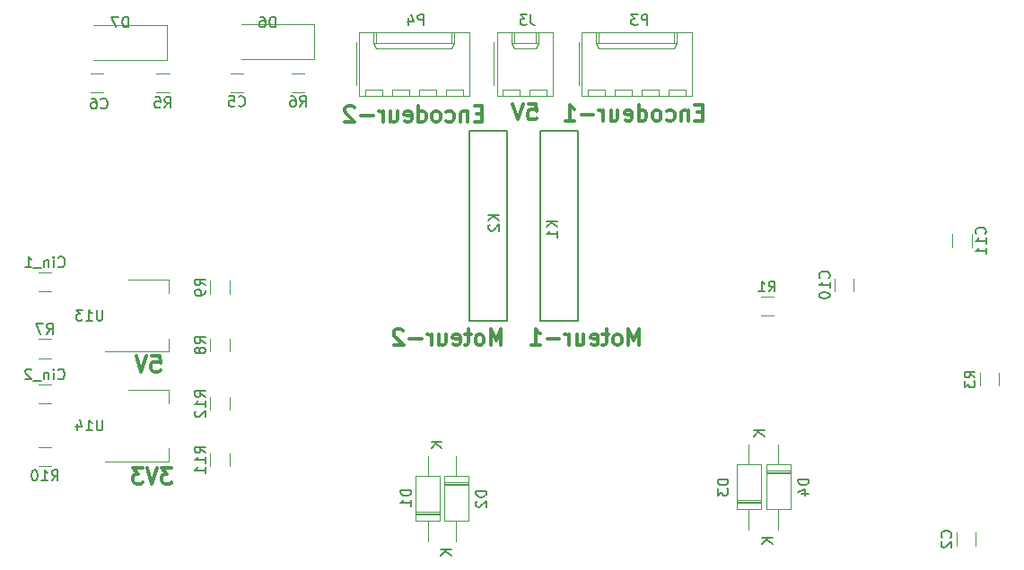
<source format=gbo>
G04 #@! TF.GenerationSoftware,KiCad,Pcbnew,(5.0.0-3-g5ebb6b6)*
G04 #@! TF.CreationDate,2019-01-22T16:43:08+01:00*
G04 #@! TF.ProjectId,Motor_Card,4D6F746F725F436172642E6B69636164,rev?*
G04 #@! TF.SameCoordinates,Original*
G04 #@! TF.FileFunction,Legend,Bot*
G04 #@! TF.FilePolarity,Positive*
%FSLAX46Y46*%
G04 Gerber Fmt 4.6, Leading zero omitted, Abs format (unit mm)*
G04 Created by KiCad (PCBNEW (5.0.0-3-g5ebb6b6)) date Tuesday 22 January 2019 à 16:43:08*
%MOMM*%
%LPD*%
G01*
G04 APERTURE LIST*
%ADD10C,0.300000*%
%ADD11C,0.120000*%
%ADD12C,0.150000*%
G04 APERTURE END LIST*
D10*
X86957142Y-103178571D02*
X86028571Y-103178571D01*
X86528571Y-103750000D01*
X86314285Y-103750000D01*
X86171428Y-103821428D01*
X86100000Y-103892857D01*
X86028571Y-104035714D01*
X86028571Y-104392857D01*
X86100000Y-104535714D01*
X86171428Y-104607142D01*
X86314285Y-104678571D01*
X86742857Y-104678571D01*
X86885714Y-104607142D01*
X86957142Y-104535714D01*
X85600000Y-103178571D02*
X85100000Y-104678571D01*
X84600000Y-103178571D01*
X84242857Y-103178571D02*
X83314285Y-103178571D01*
X83814285Y-103750000D01*
X83600000Y-103750000D01*
X83457142Y-103821428D01*
X83385714Y-103892857D01*
X83314285Y-104035714D01*
X83314285Y-104392857D01*
X83385714Y-104535714D01*
X83457142Y-104607142D01*
X83600000Y-104678571D01*
X84028571Y-104678571D01*
X84171428Y-104607142D01*
X84242857Y-104535714D01*
X85085714Y-92578571D02*
X85800000Y-92578571D01*
X85871428Y-93292857D01*
X85800000Y-93221428D01*
X85657142Y-93150000D01*
X85300000Y-93150000D01*
X85157142Y-93221428D01*
X85085714Y-93292857D01*
X85014285Y-93435714D01*
X85014285Y-93792857D01*
X85085714Y-93935714D01*
X85157142Y-94007142D01*
X85300000Y-94078571D01*
X85657142Y-94078571D01*
X85800000Y-94007142D01*
X85871428Y-93935714D01*
X84585714Y-92578571D02*
X84085714Y-94078571D01*
X83585714Y-92578571D01*
X131035714Y-91578571D02*
X131035714Y-90078571D01*
X130535714Y-91150000D01*
X130035714Y-90078571D01*
X130035714Y-91578571D01*
X129107142Y-91578571D02*
X129250000Y-91507142D01*
X129321428Y-91435714D01*
X129392857Y-91292857D01*
X129392857Y-90864285D01*
X129321428Y-90721428D01*
X129250000Y-90650000D01*
X129107142Y-90578571D01*
X128892857Y-90578571D01*
X128750000Y-90650000D01*
X128678571Y-90721428D01*
X128607142Y-90864285D01*
X128607142Y-91292857D01*
X128678571Y-91435714D01*
X128750000Y-91507142D01*
X128892857Y-91578571D01*
X129107142Y-91578571D01*
X128178571Y-90578571D02*
X127607142Y-90578571D01*
X127964285Y-90078571D02*
X127964285Y-91364285D01*
X127892857Y-91507142D01*
X127750000Y-91578571D01*
X127607142Y-91578571D01*
X126535714Y-91507142D02*
X126678571Y-91578571D01*
X126964285Y-91578571D01*
X127107142Y-91507142D01*
X127178571Y-91364285D01*
X127178571Y-90792857D01*
X127107142Y-90650000D01*
X126964285Y-90578571D01*
X126678571Y-90578571D01*
X126535714Y-90650000D01*
X126464285Y-90792857D01*
X126464285Y-90935714D01*
X127178571Y-91078571D01*
X125178571Y-90578571D02*
X125178571Y-91578571D01*
X125821428Y-90578571D02*
X125821428Y-91364285D01*
X125750000Y-91507142D01*
X125607142Y-91578571D01*
X125392857Y-91578571D01*
X125250000Y-91507142D01*
X125178571Y-91435714D01*
X124464285Y-91578571D02*
X124464285Y-90578571D01*
X124464285Y-90864285D02*
X124392857Y-90721428D01*
X124321428Y-90650000D01*
X124178571Y-90578571D01*
X124035714Y-90578571D01*
X123535714Y-91007142D02*
X122392857Y-91007142D01*
X120892857Y-91578571D02*
X121750000Y-91578571D01*
X121321428Y-91578571D02*
X121321428Y-90078571D01*
X121464285Y-90292857D01*
X121607142Y-90435714D01*
X121750000Y-90507142D01*
X118035714Y-91578571D02*
X118035714Y-90078571D01*
X117535714Y-91150000D01*
X117035714Y-90078571D01*
X117035714Y-91578571D01*
X116107142Y-91578571D02*
X116250000Y-91507142D01*
X116321428Y-91435714D01*
X116392857Y-91292857D01*
X116392857Y-90864285D01*
X116321428Y-90721428D01*
X116250000Y-90650000D01*
X116107142Y-90578571D01*
X115892857Y-90578571D01*
X115750000Y-90650000D01*
X115678571Y-90721428D01*
X115607142Y-90864285D01*
X115607142Y-91292857D01*
X115678571Y-91435714D01*
X115750000Y-91507142D01*
X115892857Y-91578571D01*
X116107142Y-91578571D01*
X115178571Y-90578571D02*
X114607142Y-90578571D01*
X114964285Y-90078571D02*
X114964285Y-91364285D01*
X114892857Y-91507142D01*
X114750000Y-91578571D01*
X114607142Y-91578571D01*
X113535714Y-91507142D02*
X113678571Y-91578571D01*
X113964285Y-91578571D01*
X114107142Y-91507142D01*
X114178571Y-91364285D01*
X114178571Y-90792857D01*
X114107142Y-90650000D01*
X113964285Y-90578571D01*
X113678571Y-90578571D01*
X113535714Y-90650000D01*
X113464285Y-90792857D01*
X113464285Y-90935714D01*
X114178571Y-91078571D01*
X112178571Y-90578571D02*
X112178571Y-91578571D01*
X112821428Y-90578571D02*
X112821428Y-91364285D01*
X112750000Y-91507142D01*
X112607142Y-91578571D01*
X112392857Y-91578571D01*
X112250000Y-91507142D01*
X112178571Y-91435714D01*
X111464285Y-91578571D02*
X111464285Y-90578571D01*
X111464285Y-90864285D02*
X111392857Y-90721428D01*
X111321428Y-90650000D01*
X111178571Y-90578571D01*
X111035714Y-90578571D01*
X110535714Y-91007142D02*
X109392857Y-91007142D01*
X108750000Y-90221428D02*
X108678571Y-90150000D01*
X108535714Y-90078571D01*
X108178571Y-90078571D01*
X108035714Y-90150000D01*
X107964285Y-90221428D01*
X107892857Y-90364285D01*
X107892857Y-90507142D01*
X107964285Y-90721428D01*
X108821428Y-91578571D01*
X107892857Y-91578571D01*
X137028571Y-69592857D02*
X136528571Y-69592857D01*
X136314285Y-70378571D02*
X137028571Y-70378571D01*
X137028571Y-68878571D01*
X136314285Y-68878571D01*
X135671428Y-69378571D02*
X135671428Y-70378571D01*
X135671428Y-69521428D02*
X135600000Y-69450000D01*
X135457142Y-69378571D01*
X135242857Y-69378571D01*
X135100000Y-69450000D01*
X135028571Y-69592857D01*
X135028571Y-70378571D01*
X133671428Y-70307142D02*
X133814285Y-70378571D01*
X134100000Y-70378571D01*
X134242857Y-70307142D01*
X134314285Y-70235714D01*
X134385714Y-70092857D01*
X134385714Y-69664285D01*
X134314285Y-69521428D01*
X134242857Y-69450000D01*
X134100000Y-69378571D01*
X133814285Y-69378571D01*
X133671428Y-69450000D01*
X132814285Y-70378571D02*
X132957142Y-70307142D01*
X133028571Y-70235714D01*
X133100000Y-70092857D01*
X133100000Y-69664285D01*
X133028571Y-69521428D01*
X132957142Y-69450000D01*
X132814285Y-69378571D01*
X132600000Y-69378571D01*
X132457142Y-69450000D01*
X132385714Y-69521428D01*
X132314285Y-69664285D01*
X132314285Y-70092857D01*
X132385714Y-70235714D01*
X132457142Y-70307142D01*
X132600000Y-70378571D01*
X132814285Y-70378571D01*
X131028571Y-70378571D02*
X131028571Y-68878571D01*
X131028571Y-70307142D02*
X131171428Y-70378571D01*
X131457142Y-70378571D01*
X131600000Y-70307142D01*
X131671428Y-70235714D01*
X131742857Y-70092857D01*
X131742857Y-69664285D01*
X131671428Y-69521428D01*
X131600000Y-69450000D01*
X131457142Y-69378571D01*
X131171428Y-69378571D01*
X131028571Y-69450000D01*
X129742857Y-70307142D02*
X129885714Y-70378571D01*
X130171428Y-70378571D01*
X130314285Y-70307142D01*
X130385714Y-70164285D01*
X130385714Y-69592857D01*
X130314285Y-69450000D01*
X130171428Y-69378571D01*
X129885714Y-69378571D01*
X129742857Y-69450000D01*
X129671428Y-69592857D01*
X129671428Y-69735714D01*
X130385714Y-69878571D01*
X128385714Y-69378571D02*
X128385714Y-70378571D01*
X129028571Y-69378571D02*
X129028571Y-70164285D01*
X128957142Y-70307142D01*
X128814285Y-70378571D01*
X128600000Y-70378571D01*
X128457142Y-70307142D01*
X128385714Y-70235714D01*
X127671428Y-70378571D02*
X127671428Y-69378571D01*
X127671428Y-69664285D02*
X127600000Y-69521428D01*
X127528571Y-69450000D01*
X127385714Y-69378571D01*
X127242857Y-69378571D01*
X126742857Y-69807142D02*
X125600000Y-69807142D01*
X124100000Y-70378571D02*
X124957142Y-70378571D01*
X124528571Y-70378571D02*
X124528571Y-68878571D01*
X124671428Y-69092857D01*
X124814285Y-69235714D01*
X124957142Y-69307142D01*
X120585714Y-68778571D02*
X121300000Y-68778571D01*
X121371428Y-69492857D01*
X121300000Y-69421428D01*
X121157142Y-69350000D01*
X120800000Y-69350000D01*
X120657142Y-69421428D01*
X120585714Y-69492857D01*
X120514285Y-69635714D01*
X120514285Y-69992857D01*
X120585714Y-70135714D01*
X120657142Y-70207142D01*
X120800000Y-70278571D01*
X121157142Y-70278571D01*
X121300000Y-70207142D01*
X121371428Y-70135714D01*
X120085714Y-68778571D02*
X119585714Y-70278571D01*
X119085714Y-68778571D01*
X116228571Y-69692857D02*
X115728571Y-69692857D01*
X115514285Y-70478571D02*
X116228571Y-70478571D01*
X116228571Y-68978571D01*
X115514285Y-68978571D01*
X114871428Y-69478571D02*
X114871428Y-70478571D01*
X114871428Y-69621428D02*
X114800000Y-69550000D01*
X114657142Y-69478571D01*
X114442857Y-69478571D01*
X114300000Y-69550000D01*
X114228571Y-69692857D01*
X114228571Y-70478571D01*
X112871428Y-70407142D02*
X113014285Y-70478571D01*
X113300000Y-70478571D01*
X113442857Y-70407142D01*
X113514285Y-70335714D01*
X113585714Y-70192857D01*
X113585714Y-69764285D01*
X113514285Y-69621428D01*
X113442857Y-69550000D01*
X113300000Y-69478571D01*
X113014285Y-69478571D01*
X112871428Y-69550000D01*
X112014285Y-70478571D02*
X112157142Y-70407142D01*
X112228571Y-70335714D01*
X112300000Y-70192857D01*
X112300000Y-69764285D01*
X112228571Y-69621428D01*
X112157142Y-69550000D01*
X112014285Y-69478571D01*
X111800000Y-69478571D01*
X111657142Y-69550000D01*
X111585714Y-69621428D01*
X111514285Y-69764285D01*
X111514285Y-70192857D01*
X111585714Y-70335714D01*
X111657142Y-70407142D01*
X111800000Y-70478571D01*
X112014285Y-70478571D01*
X110228571Y-70478571D02*
X110228571Y-68978571D01*
X110228571Y-70407142D02*
X110371428Y-70478571D01*
X110657142Y-70478571D01*
X110800000Y-70407142D01*
X110871428Y-70335714D01*
X110942857Y-70192857D01*
X110942857Y-69764285D01*
X110871428Y-69621428D01*
X110800000Y-69550000D01*
X110657142Y-69478571D01*
X110371428Y-69478571D01*
X110228571Y-69550000D01*
X108942857Y-70407142D02*
X109085714Y-70478571D01*
X109371428Y-70478571D01*
X109514285Y-70407142D01*
X109585714Y-70264285D01*
X109585714Y-69692857D01*
X109514285Y-69550000D01*
X109371428Y-69478571D01*
X109085714Y-69478571D01*
X108942857Y-69550000D01*
X108871428Y-69692857D01*
X108871428Y-69835714D01*
X109585714Y-69978571D01*
X107585714Y-69478571D02*
X107585714Y-70478571D01*
X108228571Y-69478571D02*
X108228571Y-70264285D01*
X108157142Y-70407142D01*
X108014285Y-70478571D01*
X107800000Y-70478571D01*
X107657142Y-70407142D01*
X107585714Y-70335714D01*
X106871428Y-70478571D02*
X106871428Y-69478571D01*
X106871428Y-69764285D02*
X106800000Y-69621428D01*
X106728571Y-69550000D01*
X106585714Y-69478571D01*
X106442857Y-69478571D01*
X105942857Y-69907142D02*
X104800000Y-69907142D01*
X104157142Y-69121428D02*
X104085714Y-69050000D01*
X103942857Y-68978571D01*
X103585714Y-68978571D01*
X103442857Y-69050000D01*
X103371428Y-69121428D01*
X103300000Y-69264285D01*
X103300000Y-69407142D01*
X103371428Y-69621428D01*
X104228571Y-70478571D01*
X103300000Y-70478571D01*
D11*
G04 #@! TO.C,R11*
X90590000Y-101810436D02*
X90590000Y-103014564D01*
X92410000Y-101810436D02*
X92410000Y-103014564D01*
G04 #@! TO.C,D7*
X86500000Y-61350000D02*
X86500000Y-64650000D01*
X86500000Y-64650000D02*
X79600000Y-64650000D01*
X86500000Y-61350000D02*
X79600000Y-61350000D01*
G04 #@! TO.C,C2*
X162810000Y-109310436D02*
X162810000Y-110514564D01*
X160990000Y-109310436D02*
X160990000Y-110514564D01*
G04 #@! TO.C,C5*
X93689564Y-65890000D02*
X92485436Y-65890000D01*
X93689564Y-67710000D02*
X92485436Y-67710000D01*
G04 #@! TO.C,C6*
X80514564Y-67710000D02*
X79310436Y-67710000D01*
X80514564Y-65890000D02*
X79310436Y-65890000D01*
G04 #@! TO.C,C10*
X149490000Y-85285436D02*
X149490000Y-86489564D01*
X151310000Y-85285436D02*
X151310000Y-86489564D01*
G04 #@! TO.C,C11*
X160590000Y-82314564D02*
X160590000Y-81110436D01*
X162410000Y-82314564D02*
X162410000Y-81110436D01*
G04 #@! TO.C,Cin_1*
X75614564Y-86510000D02*
X74410436Y-86510000D01*
X75614564Y-84690000D02*
X74410436Y-84690000D01*
G04 #@! TO.C,Cin_2*
X75589564Y-95290000D02*
X74385436Y-95290000D01*
X75589564Y-97110000D02*
X74385436Y-97110000D01*
G04 #@! TO.C,D1*
X112220000Y-108200000D02*
X109980000Y-108200000D01*
X109980000Y-108200000D02*
X109980000Y-103960000D01*
X109980000Y-103960000D02*
X112220000Y-103960000D01*
X112220000Y-103960000D02*
X112220000Y-108200000D01*
X111100000Y-110120000D02*
X111100000Y-108200000D01*
X111100000Y-102040000D02*
X111100000Y-103960000D01*
X112220000Y-107480000D02*
X109980000Y-107480000D01*
X112220000Y-107360000D02*
X109980000Y-107360000D01*
X112220000Y-107600000D02*
X109980000Y-107600000D01*
G04 #@! TO.C,D2*
X112680000Y-104560000D02*
X114920000Y-104560000D01*
X112680000Y-104800000D02*
X114920000Y-104800000D01*
X112680000Y-104680000D02*
X114920000Y-104680000D01*
X113800000Y-110120000D02*
X113800000Y-108200000D01*
X113800000Y-102040000D02*
X113800000Y-103960000D01*
X112680000Y-108200000D02*
X112680000Y-103960000D01*
X114920000Y-108200000D02*
X112680000Y-108200000D01*
X114920000Y-103960000D02*
X114920000Y-108200000D01*
X112680000Y-103960000D02*
X114920000Y-103960000D01*
G04 #@! TO.C,D3*
X142520000Y-106500000D02*
X140280000Y-106500000D01*
X142520000Y-106260000D02*
X140280000Y-106260000D01*
X142520000Y-106380000D02*
X140280000Y-106380000D01*
X141400000Y-100940000D02*
X141400000Y-102860000D01*
X141400000Y-109020000D02*
X141400000Y-107100000D01*
X142520000Y-102860000D02*
X142520000Y-107100000D01*
X140280000Y-102860000D02*
X142520000Y-102860000D01*
X140280000Y-107100000D02*
X140280000Y-102860000D01*
X142520000Y-107100000D02*
X140280000Y-107100000D01*
G04 #@! TO.C,D4*
X143080000Y-102860000D02*
X145320000Y-102860000D01*
X145320000Y-102860000D02*
X145320000Y-107100000D01*
X145320000Y-107100000D02*
X143080000Y-107100000D01*
X143080000Y-107100000D02*
X143080000Y-102860000D01*
X144200000Y-100940000D02*
X144200000Y-102860000D01*
X144200000Y-109020000D02*
X144200000Y-107100000D01*
X143080000Y-103580000D02*
X145320000Y-103580000D01*
X143080000Y-103700000D02*
X145320000Y-103700000D01*
X143080000Y-103460000D02*
X145320000Y-103460000D01*
G04 #@! TO.C,D6*
X100400000Y-61250000D02*
X93500000Y-61250000D01*
X100400000Y-64550000D02*
X93500000Y-64550000D01*
X100400000Y-61250000D02*
X100400000Y-64550000D01*
D12*
G04 #@! TO.C,K1*
X118600000Y-89300000D02*
X115000000Y-89300000D01*
X115000000Y-89300000D02*
X115000000Y-71300000D01*
X115000000Y-71300000D02*
X118600000Y-71300000D01*
X118600000Y-71300000D02*
X118600000Y-89300000D01*
G04 #@! TO.C,K2*
X121700000Y-89300000D02*
X121700000Y-71300000D01*
X125300000Y-89300000D02*
X121700000Y-89300000D01*
X125300000Y-71300000D02*
X125300000Y-89300000D01*
X121700000Y-71300000D02*
X125300000Y-71300000D01*
D11*
G04 #@! TO.C,P3*
X135420000Y-67430000D02*
X135420000Y-68030000D01*
X133820000Y-67430000D02*
X135420000Y-67430000D01*
X133820000Y-68030000D02*
X133820000Y-67430000D01*
X132880000Y-67430000D02*
X132880000Y-68030000D01*
X131280000Y-67430000D02*
X132880000Y-67430000D01*
X131280000Y-68030000D02*
X131280000Y-67430000D01*
X130340000Y-67430000D02*
X130340000Y-68030000D01*
X128740000Y-67430000D02*
X130340000Y-67430000D01*
X128740000Y-68030000D02*
X128740000Y-67430000D01*
X127800000Y-67430000D02*
X127800000Y-68030000D01*
X126200000Y-67430000D02*
X127800000Y-67430000D01*
X126200000Y-68030000D02*
X126200000Y-67430000D01*
X134370000Y-62010000D02*
X134370000Y-63010000D01*
X127250000Y-62010000D02*
X127250000Y-63010000D01*
X134370000Y-63540000D02*
X134620000Y-63010000D01*
X127250000Y-63540000D02*
X134370000Y-63540000D01*
X127000000Y-63010000D02*
X127250000Y-63540000D01*
X134620000Y-63010000D02*
X134620000Y-62010000D01*
X127000000Y-63010000D02*
X134620000Y-63010000D01*
X127000000Y-62010000D02*
X127000000Y-63010000D01*
X125330000Y-67000000D02*
X125330000Y-63000000D01*
X136000000Y-68030000D02*
X125620000Y-68030000D01*
X136000000Y-62010000D02*
X136000000Y-68030000D01*
X125620000Y-62010000D02*
X136000000Y-62010000D01*
X125620000Y-68030000D02*
X125620000Y-62010000D01*
G04 #@! TO.C,P4*
X104620000Y-68030000D02*
X104620000Y-62010000D01*
X104620000Y-62010000D02*
X115000000Y-62010000D01*
X115000000Y-62010000D02*
X115000000Y-68030000D01*
X115000000Y-68030000D02*
X104620000Y-68030000D01*
X104330000Y-67000000D02*
X104330000Y-63000000D01*
X106000000Y-62010000D02*
X106000000Y-63010000D01*
X106000000Y-63010000D02*
X113620000Y-63010000D01*
X113620000Y-63010000D02*
X113620000Y-62010000D01*
X106000000Y-63010000D02*
X106250000Y-63540000D01*
X106250000Y-63540000D02*
X113370000Y-63540000D01*
X113370000Y-63540000D02*
X113620000Y-63010000D01*
X106250000Y-62010000D02*
X106250000Y-63010000D01*
X113370000Y-62010000D02*
X113370000Y-63010000D01*
X105200000Y-68030000D02*
X105200000Y-67430000D01*
X105200000Y-67430000D02*
X106800000Y-67430000D01*
X106800000Y-67430000D02*
X106800000Y-68030000D01*
X107740000Y-68030000D02*
X107740000Y-67430000D01*
X107740000Y-67430000D02*
X109340000Y-67430000D01*
X109340000Y-67430000D02*
X109340000Y-68030000D01*
X110280000Y-68030000D02*
X110280000Y-67430000D01*
X110280000Y-67430000D02*
X111880000Y-67430000D01*
X111880000Y-67430000D02*
X111880000Y-68030000D01*
X112820000Y-68030000D02*
X112820000Y-67430000D01*
X112820000Y-67430000D02*
X114420000Y-67430000D01*
X114420000Y-67430000D02*
X114420000Y-68030000D01*
G04 #@! TO.C,R1*
X143714564Y-86990000D02*
X142510436Y-86990000D01*
X143714564Y-88810000D02*
X142510436Y-88810000D01*
G04 #@! TO.C,R3*
X165010000Y-94210436D02*
X165010000Y-95414564D01*
X163190000Y-94210436D02*
X163190000Y-95414564D01*
G04 #@! TO.C,R5*
X86714564Y-67710000D02*
X85510436Y-67710000D01*
X86714564Y-65890000D02*
X85510436Y-65890000D01*
G04 #@! TO.C,R6*
X99489564Y-65890000D02*
X98285436Y-65890000D01*
X99489564Y-67710000D02*
X98285436Y-67710000D01*
G04 #@! TO.C,R7*
X75589564Y-90990000D02*
X74385436Y-90990000D01*
X75589564Y-92810000D02*
X74385436Y-92810000D01*
G04 #@! TO.C,R8*
X90590000Y-90985436D02*
X90590000Y-92189564D01*
X92410000Y-90985436D02*
X92410000Y-92189564D01*
G04 #@! TO.C,R9*
X92410000Y-85510436D02*
X92410000Y-86714564D01*
X90590000Y-85510436D02*
X90590000Y-86714564D01*
G04 #@! TO.C,R10*
X74385436Y-101190000D02*
X75589564Y-101190000D01*
X74385436Y-103010000D02*
X75589564Y-103010000D01*
G04 #@! TO.C,R12*
X90590000Y-96510436D02*
X90590000Y-97714564D01*
X92410000Y-96510436D02*
X92410000Y-97714564D01*
G04 #@! TO.C,U13*
X80650000Y-92210000D02*
X86660000Y-92210000D01*
X82900000Y-85390000D02*
X86660000Y-85390000D01*
X86660000Y-92210000D02*
X86660000Y-90950000D01*
X86660000Y-85390000D02*
X86660000Y-86650000D01*
G04 #@! TO.C,U14*
X86660000Y-95790000D02*
X86660000Y-97050000D01*
X86660000Y-102610000D02*
X86660000Y-101350000D01*
X82900000Y-95790000D02*
X86660000Y-95790000D01*
X80650000Y-102610000D02*
X86660000Y-102610000D01*
G04 #@! TO.C,J3*
X117620000Y-68030000D02*
X117620000Y-62010000D01*
X117620000Y-62010000D02*
X122920000Y-62010000D01*
X122920000Y-62010000D02*
X122920000Y-68030000D01*
X122920000Y-68030000D02*
X117620000Y-68030000D01*
X117330000Y-67000000D02*
X117330000Y-63000000D01*
X119000000Y-62010000D02*
X119000000Y-63010000D01*
X119000000Y-63010000D02*
X121540000Y-63010000D01*
X121540000Y-63010000D02*
X121540000Y-62010000D01*
X119000000Y-63010000D02*
X119250000Y-63540000D01*
X119250000Y-63540000D02*
X121290000Y-63540000D01*
X121290000Y-63540000D02*
X121540000Y-63010000D01*
X119250000Y-62010000D02*
X119250000Y-63010000D01*
X121290000Y-62010000D02*
X121290000Y-63010000D01*
X118200000Y-68030000D02*
X118200000Y-67430000D01*
X118200000Y-67430000D02*
X119800000Y-67430000D01*
X119800000Y-67430000D02*
X119800000Y-68030000D01*
X120740000Y-68030000D02*
X120740000Y-67430000D01*
X120740000Y-67430000D02*
X122340000Y-67430000D01*
X122340000Y-67430000D02*
X122340000Y-68030000D01*
G04 #@! TO.C,R11*
D12*
X90132380Y-101769642D02*
X89656190Y-101436309D01*
X90132380Y-101198214D02*
X89132380Y-101198214D01*
X89132380Y-101579166D01*
X89180000Y-101674404D01*
X89227619Y-101722023D01*
X89322857Y-101769642D01*
X89465714Y-101769642D01*
X89560952Y-101722023D01*
X89608571Y-101674404D01*
X89656190Y-101579166D01*
X89656190Y-101198214D01*
X90132380Y-102722023D02*
X90132380Y-102150595D01*
X90132380Y-102436309D02*
X89132380Y-102436309D01*
X89275238Y-102341071D01*
X89370476Y-102245833D01*
X89418095Y-102150595D01*
X90132380Y-103674404D02*
X90132380Y-103102976D01*
X90132380Y-103388690D02*
X89132380Y-103388690D01*
X89275238Y-103293452D01*
X89370476Y-103198214D01*
X89418095Y-103102976D01*
G04 #@! TO.C,D7*
X82838095Y-61552380D02*
X82838095Y-60552380D01*
X82600000Y-60552380D01*
X82457142Y-60600000D01*
X82361904Y-60695238D01*
X82314285Y-60790476D01*
X82266666Y-60980952D01*
X82266666Y-61123809D01*
X82314285Y-61314285D01*
X82361904Y-61409523D01*
X82457142Y-61504761D01*
X82600000Y-61552380D01*
X82838095Y-61552380D01*
X81933333Y-60552380D02*
X81266666Y-60552380D01*
X81695238Y-61552380D01*
G04 #@! TO.C,C2*
X160437142Y-109745833D02*
X160484761Y-109698214D01*
X160532380Y-109555357D01*
X160532380Y-109460119D01*
X160484761Y-109317261D01*
X160389523Y-109222023D01*
X160294285Y-109174404D01*
X160103809Y-109126785D01*
X159960952Y-109126785D01*
X159770476Y-109174404D01*
X159675238Y-109222023D01*
X159580000Y-109317261D01*
X159532380Y-109460119D01*
X159532380Y-109555357D01*
X159580000Y-109698214D01*
X159627619Y-109745833D01*
X159627619Y-110126785D02*
X159580000Y-110174404D01*
X159532380Y-110269642D01*
X159532380Y-110507738D01*
X159580000Y-110602976D01*
X159627619Y-110650595D01*
X159722857Y-110698214D01*
X159818095Y-110698214D01*
X159960952Y-110650595D01*
X160532380Y-110079166D01*
X160532380Y-110698214D01*
G04 #@! TO.C,C5*
X93266666Y-68957142D02*
X93314285Y-69004761D01*
X93457142Y-69052380D01*
X93552380Y-69052380D01*
X93695238Y-69004761D01*
X93790476Y-68909523D01*
X93838095Y-68814285D01*
X93885714Y-68623809D01*
X93885714Y-68480952D01*
X93838095Y-68290476D01*
X93790476Y-68195238D01*
X93695238Y-68100000D01*
X93552380Y-68052380D01*
X93457142Y-68052380D01*
X93314285Y-68100000D01*
X93266666Y-68147619D01*
X92361904Y-68052380D02*
X92838095Y-68052380D01*
X92885714Y-68528571D01*
X92838095Y-68480952D01*
X92742857Y-68433333D01*
X92504761Y-68433333D01*
X92409523Y-68480952D01*
X92361904Y-68528571D01*
X92314285Y-68623809D01*
X92314285Y-68861904D01*
X92361904Y-68957142D01*
X92409523Y-69004761D01*
X92504761Y-69052380D01*
X92742857Y-69052380D01*
X92838095Y-69004761D01*
X92885714Y-68957142D01*
G04 #@! TO.C,C6*
X80266666Y-69157142D02*
X80314285Y-69204761D01*
X80457142Y-69252380D01*
X80552380Y-69252380D01*
X80695238Y-69204761D01*
X80790476Y-69109523D01*
X80838095Y-69014285D01*
X80885714Y-68823809D01*
X80885714Y-68680952D01*
X80838095Y-68490476D01*
X80790476Y-68395238D01*
X80695238Y-68300000D01*
X80552380Y-68252380D01*
X80457142Y-68252380D01*
X80314285Y-68300000D01*
X80266666Y-68347619D01*
X79409523Y-68252380D02*
X79600000Y-68252380D01*
X79695238Y-68300000D01*
X79742857Y-68347619D01*
X79838095Y-68490476D01*
X79885714Y-68680952D01*
X79885714Y-69061904D01*
X79838095Y-69157142D01*
X79790476Y-69204761D01*
X79695238Y-69252380D01*
X79504761Y-69252380D01*
X79409523Y-69204761D01*
X79361904Y-69157142D01*
X79314285Y-69061904D01*
X79314285Y-68823809D01*
X79361904Y-68728571D01*
X79409523Y-68680952D01*
X79504761Y-68633333D01*
X79695238Y-68633333D01*
X79790476Y-68680952D01*
X79838095Y-68728571D01*
X79885714Y-68823809D01*
G04 #@! TO.C,C10*
X148937142Y-85244642D02*
X148984761Y-85197023D01*
X149032380Y-85054166D01*
X149032380Y-84958928D01*
X148984761Y-84816071D01*
X148889523Y-84720833D01*
X148794285Y-84673214D01*
X148603809Y-84625595D01*
X148460952Y-84625595D01*
X148270476Y-84673214D01*
X148175238Y-84720833D01*
X148080000Y-84816071D01*
X148032380Y-84958928D01*
X148032380Y-85054166D01*
X148080000Y-85197023D01*
X148127619Y-85244642D01*
X149032380Y-86197023D02*
X149032380Y-85625595D01*
X149032380Y-85911309D02*
X148032380Y-85911309D01*
X148175238Y-85816071D01*
X148270476Y-85720833D01*
X148318095Y-85625595D01*
X148032380Y-86816071D02*
X148032380Y-86911309D01*
X148080000Y-87006547D01*
X148127619Y-87054166D01*
X148222857Y-87101785D01*
X148413333Y-87149404D01*
X148651428Y-87149404D01*
X148841904Y-87101785D01*
X148937142Y-87054166D01*
X148984761Y-87006547D01*
X149032380Y-86911309D01*
X149032380Y-86816071D01*
X148984761Y-86720833D01*
X148937142Y-86673214D01*
X148841904Y-86625595D01*
X148651428Y-86577976D01*
X148413333Y-86577976D01*
X148222857Y-86625595D01*
X148127619Y-86673214D01*
X148080000Y-86720833D01*
X148032380Y-86816071D01*
G04 #@! TO.C,C11*
X163677142Y-81069642D02*
X163724761Y-81022023D01*
X163772380Y-80879166D01*
X163772380Y-80783928D01*
X163724761Y-80641071D01*
X163629523Y-80545833D01*
X163534285Y-80498214D01*
X163343809Y-80450595D01*
X163200952Y-80450595D01*
X163010476Y-80498214D01*
X162915238Y-80545833D01*
X162820000Y-80641071D01*
X162772380Y-80783928D01*
X162772380Y-80879166D01*
X162820000Y-81022023D01*
X162867619Y-81069642D01*
X163772380Y-82022023D02*
X163772380Y-81450595D01*
X163772380Y-81736309D02*
X162772380Y-81736309D01*
X162915238Y-81641071D01*
X163010476Y-81545833D01*
X163058095Y-81450595D01*
X163772380Y-82974404D02*
X163772380Y-82402976D01*
X163772380Y-82688690D02*
X162772380Y-82688690D01*
X162915238Y-82593452D01*
X163010476Y-82498214D01*
X163058095Y-82402976D01*
G04 #@! TO.C,Cin_1*
X76250595Y-84137142D02*
X76298214Y-84184761D01*
X76441071Y-84232380D01*
X76536309Y-84232380D01*
X76679166Y-84184761D01*
X76774404Y-84089523D01*
X76822023Y-83994285D01*
X76869642Y-83803809D01*
X76869642Y-83660952D01*
X76822023Y-83470476D01*
X76774404Y-83375238D01*
X76679166Y-83280000D01*
X76536309Y-83232380D01*
X76441071Y-83232380D01*
X76298214Y-83280000D01*
X76250595Y-83327619D01*
X75822023Y-84232380D02*
X75822023Y-83565714D01*
X75822023Y-83232380D02*
X75869642Y-83280000D01*
X75822023Y-83327619D01*
X75774404Y-83280000D01*
X75822023Y-83232380D01*
X75822023Y-83327619D01*
X75345833Y-83565714D02*
X75345833Y-84232380D01*
X75345833Y-83660952D02*
X75298214Y-83613333D01*
X75202976Y-83565714D01*
X75060119Y-83565714D01*
X74964880Y-83613333D01*
X74917261Y-83708571D01*
X74917261Y-84232380D01*
X74679166Y-84327619D02*
X73917261Y-84327619D01*
X73155357Y-84232380D02*
X73726785Y-84232380D01*
X73441071Y-84232380D02*
X73441071Y-83232380D01*
X73536309Y-83375238D01*
X73631547Y-83470476D01*
X73726785Y-83518095D01*
G04 #@! TO.C,Cin_2*
X76225595Y-94737142D02*
X76273214Y-94784761D01*
X76416071Y-94832380D01*
X76511309Y-94832380D01*
X76654166Y-94784761D01*
X76749404Y-94689523D01*
X76797023Y-94594285D01*
X76844642Y-94403809D01*
X76844642Y-94260952D01*
X76797023Y-94070476D01*
X76749404Y-93975238D01*
X76654166Y-93880000D01*
X76511309Y-93832380D01*
X76416071Y-93832380D01*
X76273214Y-93880000D01*
X76225595Y-93927619D01*
X75797023Y-94832380D02*
X75797023Y-94165714D01*
X75797023Y-93832380D02*
X75844642Y-93880000D01*
X75797023Y-93927619D01*
X75749404Y-93880000D01*
X75797023Y-93832380D01*
X75797023Y-93927619D01*
X75320833Y-94165714D02*
X75320833Y-94832380D01*
X75320833Y-94260952D02*
X75273214Y-94213333D01*
X75177976Y-94165714D01*
X75035119Y-94165714D01*
X74939880Y-94213333D01*
X74892261Y-94308571D01*
X74892261Y-94832380D01*
X74654166Y-94927619D02*
X73892261Y-94927619D01*
X73701785Y-93927619D02*
X73654166Y-93880000D01*
X73558928Y-93832380D01*
X73320833Y-93832380D01*
X73225595Y-93880000D01*
X73177976Y-93927619D01*
X73130357Y-94022857D01*
X73130357Y-94118095D01*
X73177976Y-94260952D01*
X73749404Y-94832380D01*
X73130357Y-94832380D01*
G04 #@! TO.C,D1*
X109552380Y-105261904D02*
X108552380Y-105261904D01*
X108552380Y-105500000D01*
X108600000Y-105642857D01*
X108695238Y-105738095D01*
X108790476Y-105785714D01*
X108980952Y-105833333D01*
X109123809Y-105833333D01*
X109314285Y-105785714D01*
X109409523Y-105738095D01*
X109504761Y-105642857D01*
X109552380Y-105500000D01*
X109552380Y-105261904D01*
X109552380Y-106785714D02*
X109552380Y-106214285D01*
X109552380Y-106500000D02*
X108552380Y-106500000D01*
X108695238Y-106404761D01*
X108790476Y-106309523D01*
X108838095Y-106214285D01*
X113352380Y-110898095D02*
X112352380Y-110898095D01*
X113352380Y-111469523D02*
X112780952Y-111040952D01*
X112352380Y-111469523D02*
X112923809Y-110898095D01*
G04 #@! TO.C,D2*
X116652380Y-105361904D02*
X115652380Y-105361904D01*
X115652380Y-105600000D01*
X115700000Y-105742857D01*
X115795238Y-105838095D01*
X115890476Y-105885714D01*
X116080952Y-105933333D01*
X116223809Y-105933333D01*
X116414285Y-105885714D01*
X116509523Y-105838095D01*
X116604761Y-105742857D01*
X116652380Y-105600000D01*
X116652380Y-105361904D01*
X115747619Y-106314285D02*
X115700000Y-106361904D01*
X115652380Y-106457142D01*
X115652380Y-106695238D01*
X115700000Y-106790476D01*
X115747619Y-106838095D01*
X115842857Y-106885714D01*
X115938095Y-106885714D01*
X116080952Y-106838095D01*
X116652380Y-106266666D01*
X116652380Y-106885714D01*
X112452380Y-100738095D02*
X111452380Y-100738095D01*
X112452380Y-101309523D02*
X111880952Y-100880952D01*
X111452380Y-101309523D02*
X112023809Y-100738095D01*
G04 #@! TO.C,D3*
X139452380Y-104241904D02*
X138452380Y-104241904D01*
X138452380Y-104480000D01*
X138500000Y-104622857D01*
X138595238Y-104718095D01*
X138690476Y-104765714D01*
X138880952Y-104813333D01*
X139023809Y-104813333D01*
X139214285Y-104765714D01*
X139309523Y-104718095D01*
X139404761Y-104622857D01*
X139452380Y-104480000D01*
X139452380Y-104241904D01*
X138452380Y-105146666D02*
X138452380Y-105765714D01*
X138833333Y-105432380D01*
X138833333Y-105575238D01*
X138880952Y-105670476D01*
X138928571Y-105718095D01*
X139023809Y-105765714D01*
X139261904Y-105765714D01*
X139357142Y-105718095D01*
X139404761Y-105670476D01*
X139452380Y-105575238D01*
X139452380Y-105289523D01*
X139404761Y-105194285D01*
X139357142Y-105146666D01*
X143652380Y-109798095D02*
X142652380Y-109798095D01*
X143652380Y-110369523D02*
X143080952Y-109940952D01*
X142652380Y-110369523D02*
X143223809Y-109798095D01*
G04 #@! TO.C,D4*
X147052380Y-104241904D02*
X146052380Y-104241904D01*
X146052380Y-104480000D01*
X146100000Y-104622857D01*
X146195238Y-104718095D01*
X146290476Y-104765714D01*
X146480952Y-104813333D01*
X146623809Y-104813333D01*
X146814285Y-104765714D01*
X146909523Y-104718095D01*
X147004761Y-104622857D01*
X147052380Y-104480000D01*
X147052380Y-104241904D01*
X146385714Y-105670476D02*
X147052380Y-105670476D01*
X146004761Y-105432380D02*
X146719047Y-105194285D01*
X146719047Y-105813333D01*
X142852380Y-99638095D02*
X141852380Y-99638095D01*
X142852380Y-100209523D02*
X142280952Y-99780952D01*
X141852380Y-100209523D02*
X142423809Y-99638095D01*
G04 #@! TO.C,D6*
X96738095Y-61552380D02*
X96738095Y-60552380D01*
X96500000Y-60552380D01*
X96357142Y-60600000D01*
X96261904Y-60695238D01*
X96214285Y-60790476D01*
X96166666Y-60980952D01*
X96166666Y-61123809D01*
X96214285Y-61314285D01*
X96261904Y-61409523D01*
X96357142Y-61504761D01*
X96500000Y-61552380D01*
X96738095Y-61552380D01*
X95309523Y-60552380D02*
X95500000Y-60552380D01*
X95595238Y-60600000D01*
X95642857Y-60647619D01*
X95738095Y-60790476D01*
X95785714Y-60980952D01*
X95785714Y-61361904D01*
X95738095Y-61457142D01*
X95690476Y-61504761D01*
X95595238Y-61552380D01*
X95404761Y-61552380D01*
X95309523Y-61504761D01*
X95261904Y-61457142D01*
X95214285Y-61361904D01*
X95214285Y-61123809D01*
X95261904Y-61028571D01*
X95309523Y-60980952D01*
X95404761Y-60933333D01*
X95595238Y-60933333D01*
X95690476Y-60980952D01*
X95738095Y-61028571D01*
X95785714Y-61123809D01*
G04 #@! TO.C,K1*
X123352380Y-79861904D02*
X122352380Y-79861904D01*
X123352380Y-80433333D02*
X122780952Y-80004761D01*
X122352380Y-80433333D02*
X122923809Y-79861904D01*
X123352380Y-81385714D02*
X123352380Y-80814285D01*
X123352380Y-81100000D02*
X122352380Y-81100000D01*
X122495238Y-81004761D01*
X122590476Y-80909523D01*
X122638095Y-80814285D01*
G04 #@! TO.C,K2*
X117852380Y-79261904D02*
X116852380Y-79261904D01*
X117852380Y-79833333D02*
X117280952Y-79404761D01*
X116852380Y-79833333D02*
X117423809Y-79261904D01*
X116947619Y-80214285D02*
X116900000Y-80261904D01*
X116852380Y-80357142D01*
X116852380Y-80595238D01*
X116900000Y-80690476D01*
X116947619Y-80738095D01*
X117042857Y-80785714D01*
X117138095Y-80785714D01*
X117280952Y-80738095D01*
X117852380Y-80166666D01*
X117852380Y-80785714D01*
G04 #@! TO.C,P3*
X131838095Y-61352380D02*
X131838095Y-60352380D01*
X131457142Y-60352380D01*
X131361904Y-60400000D01*
X131314285Y-60447619D01*
X131266666Y-60542857D01*
X131266666Y-60685714D01*
X131314285Y-60780952D01*
X131361904Y-60828571D01*
X131457142Y-60876190D01*
X131838095Y-60876190D01*
X130933333Y-60352380D02*
X130314285Y-60352380D01*
X130647619Y-60733333D01*
X130504761Y-60733333D01*
X130409523Y-60780952D01*
X130361904Y-60828571D01*
X130314285Y-60923809D01*
X130314285Y-61161904D01*
X130361904Y-61257142D01*
X130409523Y-61304761D01*
X130504761Y-61352380D01*
X130790476Y-61352380D01*
X130885714Y-61304761D01*
X130933333Y-61257142D01*
G04 #@! TO.C,P4*
X110738095Y-61352380D02*
X110738095Y-60352380D01*
X110357142Y-60352380D01*
X110261904Y-60400000D01*
X110214285Y-60447619D01*
X110166666Y-60542857D01*
X110166666Y-60685714D01*
X110214285Y-60780952D01*
X110261904Y-60828571D01*
X110357142Y-60876190D01*
X110738095Y-60876190D01*
X109309523Y-60685714D02*
X109309523Y-61352380D01*
X109547619Y-60304761D02*
X109785714Y-61019047D01*
X109166666Y-61019047D01*
G04 #@! TO.C,R1*
X143279166Y-86532380D02*
X143612500Y-86056190D01*
X143850595Y-86532380D02*
X143850595Y-85532380D01*
X143469642Y-85532380D01*
X143374404Y-85580000D01*
X143326785Y-85627619D01*
X143279166Y-85722857D01*
X143279166Y-85865714D01*
X143326785Y-85960952D01*
X143374404Y-86008571D01*
X143469642Y-86056190D01*
X143850595Y-86056190D01*
X142326785Y-86532380D02*
X142898214Y-86532380D01*
X142612500Y-86532380D02*
X142612500Y-85532380D01*
X142707738Y-85675238D01*
X142802976Y-85770476D01*
X142898214Y-85818095D01*
G04 #@! TO.C,R3*
X162732380Y-94645833D02*
X162256190Y-94312500D01*
X162732380Y-94074404D02*
X161732380Y-94074404D01*
X161732380Y-94455357D01*
X161780000Y-94550595D01*
X161827619Y-94598214D01*
X161922857Y-94645833D01*
X162065714Y-94645833D01*
X162160952Y-94598214D01*
X162208571Y-94550595D01*
X162256190Y-94455357D01*
X162256190Y-94074404D01*
X161732380Y-94979166D02*
X161732380Y-95598214D01*
X162113333Y-95264880D01*
X162113333Y-95407738D01*
X162160952Y-95502976D01*
X162208571Y-95550595D01*
X162303809Y-95598214D01*
X162541904Y-95598214D01*
X162637142Y-95550595D01*
X162684761Y-95502976D01*
X162732380Y-95407738D01*
X162732380Y-95122023D01*
X162684761Y-95026785D01*
X162637142Y-94979166D01*
G04 #@! TO.C,R5*
X86279166Y-69152380D02*
X86612500Y-68676190D01*
X86850595Y-69152380D02*
X86850595Y-68152380D01*
X86469642Y-68152380D01*
X86374404Y-68200000D01*
X86326785Y-68247619D01*
X86279166Y-68342857D01*
X86279166Y-68485714D01*
X86326785Y-68580952D01*
X86374404Y-68628571D01*
X86469642Y-68676190D01*
X86850595Y-68676190D01*
X85374404Y-68152380D02*
X85850595Y-68152380D01*
X85898214Y-68628571D01*
X85850595Y-68580952D01*
X85755357Y-68533333D01*
X85517261Y-68533333D01*
X85422023Y-68580952D01*
X85374404Y-68628571D01*
X85326785Y-68723809D01*
X85326785Y-68961904D01*
X85374404Y-69057142D01*
X85422023Y-69104761D01*
X85517261Y-69152380D01*
X85755357Y-69152380D01*
X85850595Y-69104761D01*
X85898214Y-69057142D01*
G04 #@! TO.C,R6*
X99054166Y-69052380D02*
X99387500Y-68576190D01*
X99625595Y-69052380D02*
X99625595Y-68052380D01*
X99244642Y-68052380D01*
X99149404Y-68100000D01*
X99101785Y-68147619D01*
X99054166Y-68242857D01*
X99054166Y-68385714D01*
X99101785Y-68480952D01*
X99149404Y-68528571D01*
X99244642Y-68576190D01*
X99625595Y-68576190D01*
X98197023Y-68052380D02*
X98387500Y-68052380D01*
X98482738Y-68100000D01*
X98530357Y-68147619D01*
X98625595Y-68290476D01*
X98673214Y-68480952D01*
X98673214Y-68861904D01*
X98625595Y-68957142D01*
X98577976Y-69004761D01*
X98482738Y-69052380D01*
X98292261Y-69052380D01*
X98197023Y-69004761D01*
X98149404Y-68957142D01*
X98101785Y-68861904D01*
X98101785Y-68623809D01*
X98149404Y-68528571D01*
X98197023Y-68480952D01*
X98292261Y-68433333D01*
X98482738Y-68433333D01*
X98577976Y-68480952D01*
X98625595Y-68528571D01*
X98673214Y-68623809D01*
G04 #@! TO.C,R7*
X75154166Y-90532380D02*
X75487500Y-90056190D01*
X75725595Y-90532380D02*
X75725595Y-89532380D01*
X75344642Y-89532380D01*
X75249404Y-89580000D01*
X75201785Y-89627619D01*
X75154166Y-89722857D01*
X75154166Y-89865714D01*
X75201785Y-89960952D01*
X75249404Y-90008571D01*
X75344642Y-90056190D01*
X75725595Y-90056190D01*
X74820833Y-89532380D02*
X74154166Y-89532380D01*
X74582738Y-90532380D01*
G04 #@! TO.C,R8*
X90132380Y-91420833D02*
X89656190Y-91087500D01*
X90132380Y-90849404D02*
X89132380Y-90849404D01*
X89132380Y-91230357D01*
X89180000Y-91325595D01*
X89227619Y-91373214D01*
X89322857Y-91420833D01*
X89465714Y-91420833D01*
X89560952Y-91373214D01*
X89608571Y-91325595D01*
X89656190Y-91230357D01*
X89656190Y-90849404D01*
X89560952Y-91992261D02*
X89513333Y-91897023D01*
X89465714Y-91849404D01*
X89370476Y-91801785D01*
X89322857Y-91801785D01*
X89227619Y-91849404D01*
X89180000Y-91897023D01*
X89132380Y-91992261D01*
X89132380Y-92182738D01*
X89180000Y-92277976D01*
X89227619Y-92325595D01*
X89322857Y-92373214D01*
X89370476Y-92373214D01*
X89465714Y-92325595D01*
X89513333Y-92277976D01*
X89560952Y-92182738D01*
X89560952Y-91992261D01*
X89608571Y-91897023D01*
X89656190Y-91849404D01*
X89751428Y-91801785D01*
X89941904Y-91801785D01*
X90037142Y-91849404D01*
X90084761Y-91897023D01*
X90132380Y-91992261D01*
X90132380Y-92182738D01*
X90084761Y-92277976D01*
X90037142Y-92325595D01*
X89941904Y-92373214D01*
X89751428Y-92373214D01*
X89656190Y-92325595D01*
X89608571Y-92277976D01*
X89560952Y-92182738D01*
G04 #@! TO.C,R9*
X90132380Y-85945833D02*
X89656190Y-85612500D01*
X90132380Y-85374404D02*
X89132380Y-85374404D01*
X89132380Y-85755357D01*
X89180000Y-85850595D01*
X89227619Y-85898214D01*
X89322857Y-85945833D01*
X89465714Y-85945833D01*
X89560952Y-85898214D01*
X89608571Y-85850595D01*
X89656190Y-85755357D01*
X89656190Y-85374404D01*
X90132380Y-86422023D02*
X90132380Y-86612500D01*
X90084761Y-86707738D01*
X90037142Y-86755357D01*
X89894285Y-86850595D01*
X89703809Y-86898214D01*
X89322857Y-86898214D01*
X89227619Y-86850595D01*
X89180000Y-86802976D01*
X89132380Y-86707738D01*
X89132380Y-86517261D01*
X89180000Y-86422023D01*
X89227619Y-86374404D01*
X89322857Y-86326785D01*
X89560952Y-86326785D01*
X89656190Y-86374404D01*
X89703809Y-86422023D01*
X89751428Y-86517261D01*
X89751428Y-86707738D01*
X89703809Y-86802976D01*
X89656190Y-86850595D01*
X89560952Y-86898214D01*
G04 #@! TO.C,R10*
X75630357Y-104372380D02*
X75963690Y-103896190D01*
X76201785Y-104372380D02*
X76201785Y-103372380D01*
X75820833Y-103372380D01*
X75725595Y-103420000D01*
X75677976Y-103467619D01*
X75630357Y-103562857D01*
X75630357Y-103705714D01*
X75677976Y-103800952D01*
X75725595Y-103848571D01*
X75820833Y-103896190D01*
X76201785Y-103896190D01*
X74677976Y-104372380D02*
X75249404Y-104372380D01*
X74963690Y-104372380D02*
X74963690Y-103372380D01*
X75058928Y-103515238D01*
X75154166Y-103610476D01*
X75249404Y-103658095D01*
X74058928Y-103372380D02*
X73963690Y-103372380D01*
X73868452Y-103420000D01*
X73820833Y-103467619D01*
X73773214Y-103562857D01*
X73725595Y-103753333D01*
X73725595Y-103991428D01*
X73773214Y-104181904D01*
X73820833Y-104277142D01*
X73868452Y-104324761D01*
X73963690Y-104372380D01*
X74058928Y-104372380D01*
X74154166Y-104324761D01*
X74201785Y-104277142D01*
X74249404Y-104181904D01*
X74297023Y-103991428D01*
X74297023Y-103753333D01*
X74249404Y-103562857D01*
X74201785Y-103467619D01*
X74154166Y-103420000D01*
X74058928Y-103372380D01*
G04 #@! TO.C,R12*
X90132380Y-96469642D02*
X89656190Y-96136309D01*
X90132380Y-95898214D02*
X89132380Y-95898214D01*
X89132380Y-96279166D01*
X89180000Y-96374404D01*
X89227619Y-96422023D01*
X89322857Y-96469642D01*
X89465714Y-96469642D01*
X89560952Y-96422023D01*
X89608571Y-96374404D01*
X89656190Y-96279166D01*
X89656190Y-95898214D01*
X90132380Y-97422023D02*
X90132380Y-96850595D01*
X90132380Y-97136309D02*
X89132380Y-97136309D01*
X89275238Y-97041071D01*
X89370476Y-96945833D01*
X89418095Y-96850595D01*
X89227619Y-97802976D02*
X89180000Y-97850595D01*
X89132380Y-97945833D01*
X89132380Y-98183928D01*
X89180000Y-98279166D01*
X89227619Y-98326785D01*
X89322857Y-98374404D01*
X89418095Y-98374404D01*
X89560952Y-98326785D01*
X90132380Y-97755357D01*
X90132380Y-98374404D01*
G04 #@! TO.C,U13*
X80438095Y-88252380D02*
X80438095Y-89061904D01*
X80390476Y-89157142D01*
X80342857Y-89204761D01*
X80247619Y-89252380D01*
X80057142Y-89252380D01*
X79961904Y-89204761D01*
X79914285Y-89157142D01*
X79866666Y-89061904D01*
X79866666Y-88252380D01*
X78866666Y-89252380D02*
X79438095Y-89252380D01*
X79152380Y-89252380D02*
X79152380Y-88252380D01*
X79247619Y-88395238D01*
X79342857Y-88490476D01*
X79438095Y-88538095D01*
X78533333Y-88252380D02*
X77914285Y-88252380D01*
X78247619Y-88633333D01*
X78104761Y-88633333D01*
X78009523Y-88680952D01*
X77961904Y-88728571D01*
X77914285Y-88823809D01*
X77914285Y-89061904D01*
X77961904Y-89157142D01*
X78009523Y-89204761D01*
X78104761Y-89252380D01*
X78390476Y-89252380D01*
X78485714Y-89204761D01*
X78533333Y-89157142D01*
G04 #@! TO.C,U14*
X80438095Y-98652380D02*
X80438095Y-99461904D01*
X80390476Y-99557142D01*
X80342857Y-99604761D01*
X80247619Y-99652380D01*
X80057142Y-99652380D01*
X79961904Y-99604761D01*
X79914285Y-99557142D01*
X79866666Y-99461904D01*
X79866666Y-98652380D01*
X78866666Y-99652380D02*
X79438095Y-99652380D01*
X79152380Y-99652380D02*
X79152380Y-98652380D01*
X79247619Y-98795238D01*
X79342857Y-98890476D01*
X79438095Y-98938095D01*
X78009523Y-98985714D02*
X78009523Y-99652380D01*
X78247619Y-98604761D02*
X78485714Y-99319047D01*
X77866666Y-99319047D01*
G04 #@! TO.C,J3*
X120833333Y-60352380D02*
X120833333Y-61066666D01*
X120880952Y-61209523D01*
X120976190Y-61304761D01*
X121119047Y-61352380D01*
X121214285Y-61352380D01*
X120452380Y-60352380D02*
X119833333Y-60352380D01*
X120166666Y-60733333D01*
X120023809Y-60733333D01*
X119928571Y-60780952D01*
X119880952Y-60828571D01*
X119833333Y-60923809D01*
X119833333Y-61161904D01*
X119880952Y-61257142D01*
X119928571Y-61304761D01*
X120023809Y-61352380D01*
X120309523Y-61352380D01*
X120404761Y-61304761D01*
X120452380Y-61257142D01*
G04 #@! TD*
M02*

</source>
